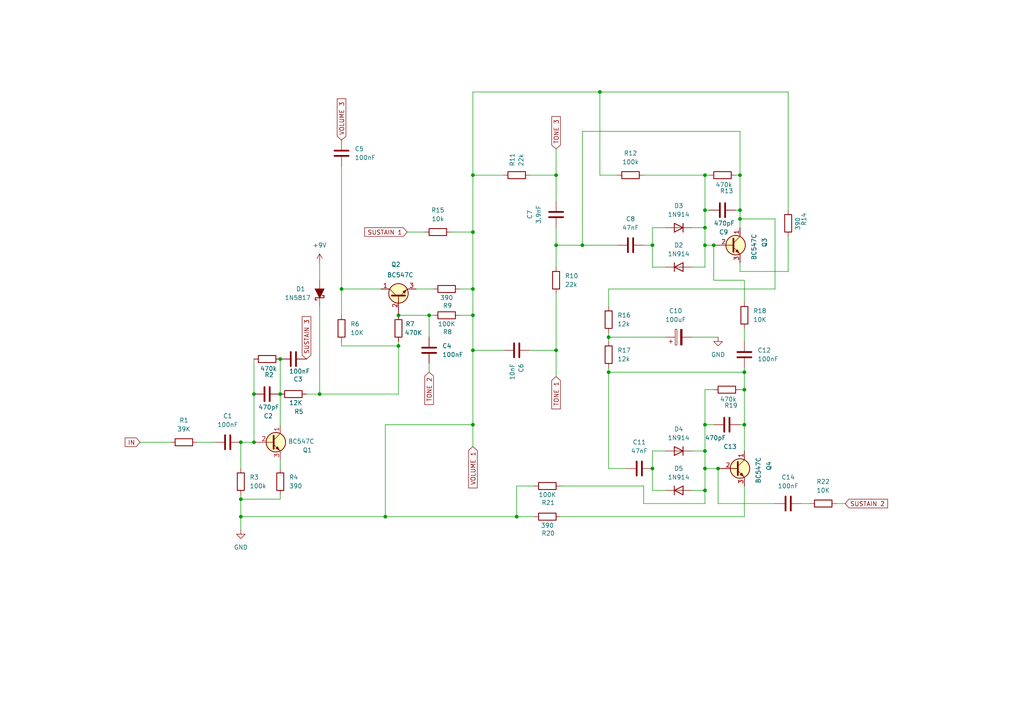
<source format=kicad_sch>
(kicad_sch (version 20250114) (generator "eeschema") (generator_version "9.0")
  (paper "A4")
  (lib_symbols
    (symbol "Device:C" (pin_numbers (hide yes)) (pin_names (offset 0.254))
      (property "Reference" "C" (at 0.635 2.54 0))
      (property "Value" "C" (at 0.635 -2.54 0))
      (symbol "C_0_1"
        (polyline (pts (xy -2.032 0.762) (xy 2.032 0.762)) (stroke (width 0.508)))
        (polyline (pts (xy -2.032 -0.762) (xy 2.032 -0.762)) (stroke (width 0.508)))
      )
      (symbol "C_1_1"
        (pin passive line (at 0 3.81 270) (length 2.794) (name "~") (number "1"))
        (pin passive line (at 0 -3.81 90) (length 2.794) (name "~") (number "2"))
      )
    )
    (symbol "Device:C_Polarized" (pin_numbers (hide yes)) (pin_names (offset 0.254))
      (property "Reference" "C" (at 0.635 2.54 0))
      (property "Value" "C_Polarized" (at 0.635 -2.54 0))
      (symbol "C_Polarized_0_1"
        (rectangle (start -2.286 0.508) (end 2.286 1.016))
        (polyline (pts (xy -1.778 2.286) (xy -0.762 2.286)))
        (polyline (pts (xy -1.27 2.794) (xy -1.27 1.778)))
        (rectangle (start 2.286 -0.508) (end -2.286 -1.016) (fill (type outline)))
      )
      (symbol "C_Polarized_1_1"
        (pin passive line (at 0 3.81 270) (length 2.794) (name "~") (number "1"))
        (pin passive line (at 0 -3.81 90) (length 2.794) (name "~") (number "2"))
      )
    )
    (symbol "Device:R" (pin_numbers (hide yes)) (pin_names (offset 0))
      (property "Reference" "R" (at 2.032 0 90))
      (property "Value" "R" (at 0 0 90))
      (symbol "R_0_1"
        (rectangle (start -1.016 -2.54) (end 1.016 2.54) (stroke (width 0.254)))
      )
      (symbol "R_1_1"
        (pin passive line (at 0 3.81 270) (length 1.27) (name "~") (number "1"))
        (pin passive line (at 0 -3.81 90) (length 1.27) (name "~") (number "2"))
      )
    )
    (symbol "Diode:1N914" (pin_numbers (hide yes)) (pin_names (hide yes))
      (property "Reference" "D" (at 0 2.54 0))
      (property "Value" "1N914" (at 0 -2.54 0))
      (symbol "1N914_0_1"
        (polyline (pts (xy -1.27 1.27) (xy -1.27 -1.27)) (stroke (width 0.254)))
        (polyline (pts (xy 1.27 1.27) (xy 1.27 -1.27) (xy -1.27 0) (xy 1.27 1.27)) (stroke (width 0.254)))
        (polyline (pts (xy 1.27 0) (xy -1.27 0)))
      )
      (symbol "1N914_1_1"
        (pin passive line (at -3.81 0 0) (length 2.54) (name "K") (number "1"))
        (pin passive line (at 3.81 0 180) (length 2.54) (name "A") (number "2"))
      )
    )
    (symbol "PCM_Diode_Schottky_AKL:1N5817" (pin_numbers (hide yes)) (pin_names (offset 1.016) (hide yes))
      (property "Reference" "D" (at 0 5.08 0))
      (property "Value" "1N5817" (at 0 2.54 0))
      (symbol "1N5817_0_1"
        (polyline (pts (xy -1.27 0) (xy 1.27 0)))
        (polyline (pts (xy -1.27 -1.27) (xy -1.27 1.27) (xy 1.27 0) (xy -1.27 -1.27)) (stroke (width 0.254)) (fill (type outline)))
        (polyline (pts (xy 1.905 -0.762) (xy 1.905 -1.27) (xy 1.27 -1.27) (xy 1.27 1.27) (xy 0.635 1.27) (xy 0.635 0.762)) (stroke (width 0.254)))
      )
      (symbol "1N5817_0_2"
        (polyline (pts (xy -2.54 -2.54) (xy 2.54 2.54)))
        (polyline (pts (xy -0.889 -0.889) (xy -1.778 0) (xy 0.889 0.889) (xy 0 -1.778) (xy -0.889 -0.889)) (stroke (width 0.254)) (fill (type outline)))
        (polyline (pts (xy 0 1.778) (xy 1.778 0)) (stroke (width 0.254)))
        (polyline (pts (xy 0 1.778) (xy -0.381 1.397) (xy 0 1.016)) (stroke (width 0.254)))
        (polyline (pts (xy 1.778 0) (xy 2.159 0.381) (xy 1.778 0.762)) (stroke (width 0.254)))
      )
      (symbol "1N5817_1_1"
        (pin passive line (at -3.81 0 0) (length 2.54) (name "A") (number "2"))
        (pin passive line (at 3.81 0 180) (length 2.54) (name "K") (number "1"))
      )
      (symbol "1N5817_1_2"
        (pin passive line (at -2.54 -2.54 0) (length 0) (name "A") (number "2"))
        (pin passive line (at 2.54 2.54 180) (length 0) (name "K") (number "1"))
      )
    )
    (symbol "PCM_Transistor_BJT_AKL:BC547C" (pin_names (hide yes))
      (property "Reference" "Q" (at 5.08 1.27 0))
      (property "Value" "BC547C" (at 5.08 -1.27 0))
      (symbol "BC547C_0_1"
        (polyline (pts (xy 0.635 1.905) (xy 0.635 -1.905) (xy 0.635 -1.905)) (stroke (width 0.508)))
        (polyline (pts (xy 0.635 0.635) (xy 2.54 2.54)))
        (polyline (pts (xy 0.635 -0.635) (xy 2.54 -2.54) (xy 2.54 -2.54)))
        (circle (center 1.27 0) (radius 2.8194) (stroke (width 0.254)) (fill (type background)))
        (polyline (pts (xy 1.27 -1.778) (xy 1.778 -1.27) (xy 2.286 -2.286) (xy 1.27 -1.778) (xy 1.27 -1.778)) (fill (type outline)))
      )
      (symbol "BC547C_1_1"
        (pin input line (at -5.08 0 0) (length 5.715) (name "B") (number "2"))
        (pin passive line (at 2.54 5.08 270) (length 2.54) (name "C") (number "1"))
        (pin passive line (at 2.54 -5.08 90) (length 2.54) (name "E") (number "3"))
      )
    )
    (symbol "power:+9V" (power) (pin_numbers (hide yes)) (pin_names (offset 0) (hide yes))
      (property "Value" "+9V" (at 0 3.556 0))
      (symbol "+9V_0_1"
        (polyline (pts (xy -0.762 1.27) (xy 0 2.54)))
        (polyline (pts (xy 0 2.54) (xy 0.762 1.27)))
        (polyline (pts (xy 0 0) (xy 0 2.54)))
      )
      (symbol "+9V_1_1"
        (pin power_in line (at 0 0 90) (length 0) (name "~") (number "1"))
      )
    )
    (symbol "power:GND" (power) (pin_numbers (hide yes)) (pin_names (offset 0) (hide yes))
      (property "Value" "GND" (at 0 -3.81 0))
      (symbol "GND_0_1"
        (polyline (pts (xy 0 0) (xy 0 -1.27) (xy 1.27 -1.27) (xy 0 -2.54) (xy -1.27 -1.27) (xy 0 -1.27)))
      )
      (symbol "GND_1_1"
        (pin power_in line (at 0 0 270) (length 0) (name "~") (number "1"))
      )
    )
  )
  (junction (at 81.28 114.3))
  (junction (at 215.9 107.95))
  (junction (at 69.85 149.86))
  (junction (at 137.16 101.6))
  (junction (at 73.66 114.3))
  (junction (at 207.01 71.12))
  (junction (at 204.47 130.81))
  (junction (at 115.57 91.44))
  (junction (at 99.06 83.82))
  (junction (at 137.16 67.31))
  (junction (at 173.99 26.67))
  (junction (at 208.28 135.89))
  (junction (at 176.53 97.79))
  (junction (at 124.46 91.44))
  (junction (at 161.29 71.12))
  (junction (at 215.9 123.19))
  (junction (at 69.85 128.27))
  (junction (at 204.47 142.24))
  (junction (at 204.47 66.04))
  (junction (at 73.66 128.27))
  (junction (at 115.57 100.33))
  (junction (at 214.63 63.5))
  (junction (at 204.47 135.89))
  (junction (at 161.29 101.6))
  (junction (at 168.91 71.12))
  (junction (at 214.63 60.96))
  (junction (at 111.76 149.86))
  (junction (at 81.28 104.14))
  (junction (at 92.71 114.3))
  (junction (at 204.47 50.8))
  (junction (at 215.9 113.03))
  (junction (at 161.29 50.8))
  (junction (at 204.47 71.12))
  (junction (at 214.63 50.8))
  (junction (at 176.53 107.95))
  (junction (at 204.47 123.19))
  (junction (at 137.16 50.8))
  (junction (at 137.16 123.19))
  (junction (at 137.16 91.44))
  (junction (at 189.23 71.12))
  (junction (at 204.47 60.96))
  (junction (at 137.16 83.82))
  (junction (at 69.85 144.78))
  (junction (at 149.86 149.86))
  (junction (at 189.23 135.89))
  (wire (pts (xy 137.16 67.31) (xy 137.16 50.8)))
  (wire (pts (xy 176.53 83.82) (xy 176.53 88.9)))
  (wire (pts (xy 200.66 142.24) (xy 204.47 142.24)))
  (wire (pts (xy 224.79 83.82) (xy 176.53 83.82)))
  (wire (pts (xy 205.74 60.96) (xy 204.47 60.96)))
  (wire (pts (xy 115.57 91.44) (xy 124.46 91.44)))
  (wire (pts (xy 81.28 143.51) (xy 81.28 144.78)))
  (wire (pts (xy 154.94 149.86) (xy 149.86 149.86)))
  (wire (pts (xy 176.53 99.06) (xy 176.53 97.79)))
  (wire (pts (xy 228.6 60.96) (xy 228.6 26.67)))
  (wire (pts (xy 69.85 128.27) (xy 73.66 128.27)))
  (wire (pts (xy 176.53 135.89) (xy 181.61 135.89)))
  (wire (pts (xy 99.06 100.33) (xy 115.57 100.33)))
  (wire (pts (xy 69.85 149.86) (xy 111.76 149.86)))
  (wire (pts (xy 137.16 50.8) (xy 146.05 50.8)))
  (wire (pts (xy 149.86 149.86) (xy 111.76 149.86)))
  (wire (pts (xy 69.85 153.67) (xy 69.85 149.86)))
  (wire (pts (xy 153.67 50.8) (xy 161.29 50.8)))
  (wire (pts (xy 161.29 58.42) (xy 161.29 50.8)))
  (wire (pts (xy 228.6 26.67) (xy 173.99 26.67)))
  (wire (pts (xy 168.91 38.1) (xy 214.63 38.1)))
  (wire (pts (xy 137.16 123.19) (xy 137.16 101.6)))
  (wire (pts (xy 137.16 101.6) (xy 137.16 91.44)))
  (wire (pts (xy 215.9 140.97) (xy 215.9 149.86)))
  (wire (pts (xy 124.46 107.95) (xy 124.46 105.41)))
  (wire (pts (xy 49.53 128.27) (xy 40.64 128.27)))
  (wire (pts (xy 204.47 71.12) (xy 207.01 71.12)))
  (wire (pts (xy 124.46 91.44) (xy 125.73 91.44)))
  (wire (pts (xy 137.16 26.67) (xy 137.16 50.8)))
  (wire (pts (xy 73.66 114.3) (xy 73.66 128.27)))
  (wire (pts (xy 214.63 113.03) (xy 215.9 113.03)))
  (wire (pts (xy 149.86 140.97) (xy 149.86 149.86)))
  (wire (pts (xy 213.36 50.8) (xy 214.63 50.8)))
  (wire (pts (xy 208.28 97.79) (xy 200.66 97.79)))
  (wire (pts (xy 161.29 101.6) (xy 161.29 109.22)))
  (wire (pts (xy 214.63 123.19) (xy 215.9 123.19)))
  (wire (pts (xy 214.63 63.5) (xy 224.79 63.5)))
  (wire (pts (xy 214.63 78.74) (xy 228.6 78.74)))
  (wire (pts (xy 215.9 95.25) (xy 215.9 99.06)))
  (wire (pts (xy 111.76 149.86) (xy 111.76 123.19)))
  (wire (pts (xy 176.53 107.95) (xy 176.53 135.89)))
  (wire (pts (xy 204.47 130.81) (xy 204.47 135.89)))
  (wire (pts (xy 99.06 83.82) (xy 110.49 83.82)))
  (wire (pts (xy 176.53 97.79) (xy 176.53 96.52)))
  (wire (pts (xy 189.23 71.12) (xy 189.23 77.47)))
  (wire (pts (xy 215.9 107.95) (xy 215.9 113.03)))
  (wire (pts (xy 204.47 50.8) (xy 204.47 60.96)))
  (wire (pts (xy 204.47 135.89) (xy 204.47 142.24)))
  (wire (pts (xy 207.01 71.12) (xy 207.01 81.28)))
  (wire (pts (xy 130.81 67.31) (xy 137.16 67.31)))
  (wire (pts (xy 245.11 146.05) (xy 242.57 146.05)))
  (wire (pts (xy 200.66 130.81) (xy 204.47 130.81)))
  (wire (pts (xy 133.35 83.82) (xy 137.16 83.82)))
  (wire (pts (xy 214.63 38.1) (xy 214.63 50.8)))
  (wire (pts (xy 92.71 81.28) (xy 92.71 76.2)))
  (wire (pts (xy 215.9 106.68) (xy 215.9 107.95)))
  (wire (pts (xy 214.63 60.96) (xy 214.63 63.5)))
  (wire (pts (xy 186.69 71.12) (xy 189.23 71.12)))
  (wire (pts (xy 118.11 67.31) (xy 123.19 67.31)))
  (wire (pts (xy 204.47 77.47) (xy 204.47 71.12)))
  (wire (pts (xy 161.29 71.12) (xy 161.29 77.47)))
  (wire (pts (xy 215.9 81.28) (xy 207.01 81.28)))
  (wire (pts (xy 205.74 50.8) (xy 204.47 50.8)))
  (wire (pts (xy 189.23 77.47) (xy 193.04 77.47)))
  (wire (pts (xy 162.56 149.86) (xy 215.9 149.86)))
  (wire (pts (xy 193.04 66.04) (xy 189.23 66.04)))
  (wire (pts (xy 92.71 114.3) (xy 115.57 114.3)))
  (wire (pts (xy 99.06 91.44) (xy 99.06 83.82)))
  (wire (pts (xy 208.28 146.05) (xy 208.28 135.89)))
  (wire (pts (xy 193.04 130.81) (xy 189.23 130.81)))
  (wire (pts (xy 176.53 97.79) (xy 193.04 97.79)))
  (wire (pts (xy 161.29 71.12) (xy 168.91 71.12)))
  (wire (pts (xy 153.67 101.6) (xy 161.29 101.6)))
  (wire (pts (xy 81.28 114.3) (xy 81.28 123.19)))
  (wire (pts (xy 204.47 66.04) (xy 204.47 71.12)))
  (wire (pts (xy 224.79 63.5) (xy 224.79 83.82)))
  (wire (pts (xy 81.28 104.14) (xy 81.28 114.3)))
  (wire (pts (xy 204.47 123.19) (xy 207.01 123.19)))
  (wire (pts (xy 204.47 123.19) (xy 204.47 130.81)))
  (wire (pts (xy 168.91 71.12) (xy 179.07 71.12)))
  (wire (pts (xy 69.85 135.89) (xy 69.85 128.27)))
  (wire (pts (xy 228.6 78.74) (xy 228.6 68.58)))
  (wire (pts (xy 69.85 144.78) (xy 69.85 143.51)))
  (wire (pts (xy 115.57 100.33) (xy 115.57 114.3)))
  (wire (pts (xy 81.28 144.78) (xy 69.85 144.78)))
  (wire (pts (xy 173.99 50.8) (xy 179.07 50.8)))
  (wire (pts (xy 168.91 71.12) (xy 168.91 38.1)))
  (wire (pts (xy 99.06 100.33) (xy 99.06 99.06)))
  (wire (pts (xy 176.53 106.68) (xy 176.53 107.95)))
  (wire (pts (xy 124.46 91.44) (xy 124.46 97.79)))
  (wire (pts (xy 81.28 135.89) (xy 81.28 133.35)))
  (wire (pts (xy 204.47 142.24) (xy 204.47 146.05)))
  (wire (pts (xy 215.9 113.03) (xy 215.9 123.19)))
  (wire (pts (xy 161.29 85.09) (xy 161.29 101.6)))
  (wire (pts (xy 204.47 113.03) (xy 207.01 113.03)))
  (wire (pts (xy 69.85 149.86) (xy 69.85 144.78)))
  (wire (pts (xy 88.9 114.3) (xy 92.71 114.3)))
  (wire (pts (xy 115.57 99.06) (xy 115.57 100.33)))
  (wire (pts (xy 189.23 130.81) (xy 189.23 135.89)))
  (wire (pts (xy 120.65 83.82) (xy 125.73 83.82)))
  (wire (pts (xy 214.63 63.5) (xy 214.63 66.04)))
  (wire (pts (xy 215.9 123.19) (xy 215.9 130.81)))
  (wire (pts (xy 224.79 146.05) (xy 208.28 146.05)))
  (wire (pts (xy 161.29 66.04) (xy 161.29 71.12)))
  (wire (pts (xy 200.66 66.04) (xy 204.47 66.04)))
  (wire (pts (xy 173.99 26.67) (xy 137.16 26.67)))
  (wire (pts (xy 111.76 123.19) (xy 137.16 123.19)))
  (wire (pts (xy 62.23 128.27) (xy 57.15 128.27)))
  (wire (pts (xy 189.23 66.04) (xy 189.23 71.12)))
  (wire (pts (xy 99.06 48.26) (xy 99.06 83.82)))
  (wire (pts (xy 204.47 113.03) (xy 204.47 123.19)))
  (wire (pts (xy 173.99 50.8) (xy 173.99 26.67)))
  (wire (pts (xy 154.94 140.97) (xy 149.86 140.97)))
  (wire (pts (xy 186.69 146.05) (xy 204.47 146.05)))
  (wire (pts (xy 162.56 140.97) (xy 186.69 140.97)))
  (wire (pts (xy 137.16 101.6) (xy 146.05 101.6)))
  (wire (pts (xy 215.9 107.95) (xy 176.53 107.95)))
  (wire (pts (xy 186.69 140.97) (xy 186.69 146.05)))
  (wire (pts (xy 200.66 77.47) (xy 204.47 77.47)))
  (wire (pts (xy 189.23 135.89) (xy 189.23 142.24)))
  (wire (pts (xy 137.16 67.31) (xy 137.16 83.82)))
  (wire (pts (xy 214.63 50.8) (xy 214.63 60.96)))
  (wire (pts (xy 137.16 91.44) (xy 133.35 91.44)))
  (wire (pts (xy 214.63 76.2) (xy 214.63 78.74)))
  (wire (pts (xy 213.36 60.96) (xy 214.63 60.96)))
  (wire (pts (xy 161.29 50.8) (xy 161.29 43.18)))
  (wire (pts (xy 189.23 142.24) (xy 193.04 142.24)))
  (wire (pts (xy 215.9 87.63) (xy 215.9 81.28)))
  (wire (pts (xy 234.95 146.05) (xy 232.41 146.05)))
  (wire (pts (xy 204.47 60.96) (xy 204.47 66.04)))
  (wire (pts (xy 204.47 135.89) (xy 208.28 135.89)))
  (wire (pts (xy 137.16 129.54) (xy 137.16 123.19)))
  (wire (pts (xy 186.69 50.8) (xy 204.47 50.8)))
  (wire (pts (xy 73.66 104.14) (xy 73.66 114.3)))
  (wire (pts (xy 137.16 83.82) (xy 137.16 91.44)))
  (wire (pts (xy 92.71 88.9) (xy 92.71 114.3)))
  (global_label "VOLUME 3" (shape input) (at 99.06 40.64 90) (property "Intersheetrefs" "${INTERSHEET_REFS}" (effects (hide yes))))
  (global_label "TONE 3" (shape input) (at 161.29 43.18 90) (property "Intersheetrefs" "${INTERSHEET_REFS}" (effects (hide yes))))
  (global_label "SUSTAIN 3" (shape input) (at 88.9 104.14 90) (property "Intersheetrefs" "${INTERSHEET_REFS}" (effects (hide yes))))
  (global_label "IN" (shape input) (at 40.64 128.27 180) (property "Intersheetrefs" "${INTERSHEET_REFS}" (effects (hide yes))))
  (global_label "VOLUME 1" (shape input) (at 137.16 129.54 270) (property "Intersheetrefs" "${INTERSHEET_REFS}" (effects (hide yes))))
  (global_label "TONE 1" (shape input) (at 161.29 109.22 270) (property "Intersheetrefs" "${INTERSHEET_REFS}" (effects (hide yes))))
  (global_label "SUSTAIN 1" (shape input) (at 118.11 67.31 180) (property "Intersheetrefs" "${INTERSHEET_REFS}" (effects (hide yes))))
  (global_label "SUSTAIN 2" (shape input) (at 245.11 146.05 0) (property "Intersheetrefs" "${INTERSHEET_REFS}" (effects (hide yes))))
  (global_label "TONE 2" (shape input) (at 124.46 107.95 270) (property "Intersheetrefs" "${INTERSHEET_REFS}" (effects (hide yes))))
  (symbol (lib_id "Device:R") (at 176.53 102.87 0) (unit 1)
    (property "Reference" "R17" (at 179.07 101.5999 0) (effects (justify left)))
    (property "Value" "12k" (at 179.07 104.1399 0) (effects (justify left)))
    (property "Description" "Resistor" (effects (hide yes)))
  )
  (symbol (lib_id "Device:C") (at 215.9 102.87 0) (unit 1)
    (property "Reference" "C12" (at 219.71 101.5999 0) (effects (justify left)))
    (property "Value" "100nF" (at 219.71 104.1399 0) (effects (justify left)))
    (property "Description" "Unpolarized capacitor" (effects (hide yes)))
  )
  (symbol (lib_id "Device:C") (at 66.04 128.27 90) (unit 1)
    (property "Reference" "C1" (at 66.04 120.65 90))
    (property "Value" "100nF" (at 66.04 123.19 90))
    (property "Description" "Unpolarized capacitor" (effects (hide yes)))
  )
  (symbol (lib_id "Device:R") (at 182.88 50.8 270) (unit 1)
    (property "Reference" "R12" (at 182.88 44.45 90))
    (property "Value" "100k" (at 182.88 46.99 90))
    (property "Description" "Resistor" (effects (hide yes)))
  )
  (symbol (lib_id "Device:C_Polarized") (at 196.85 97.79 90) (unit 1)
    (property "Reference" "C10" (at 195.961 90.17 90))
    (property "Value" "100uF" (at 195.961 92.71 90))
    (property "Description" "Polarized capacitor" (effects (hide yes)))
  )
  (symbol (lib_id "Diode:1N914") (at 196.85 77.47 0) (unit 1)
    (property "Reference" "D2" (at 196.85 71.12 0))
    (property "Value" "1N914" (at 196.85 73.66 0))
    (property "Footprint" "Diode_THT:D_DO-35_SOD27_P7.62mm_Horizontal" (effects (hide yes)))
    (property "Datasheet" "http://www.vishay.com/docs/85622/1n914.pdf" (effects (hide yes)))
    (property "Description" "100V 0.3A Small Signal Fast Switching Diode, DO-35" (effects (hide yes)))
    (property "Sim.Device" "D" (effects (hide yes)))
    (property "Sim.Pins" "1=K 2=A" (effects (hide yes)))
  )
  (symbol (lib_id "Device:R") (at 127 67.31 270) (unit 1)
    (property "Reference" "R15" (at 127 60.96 90))
    (property "Value" "10k" (at 127 63.5 90))
    (property "Description" "Resistor" (effects (hide yes)))
  )
  (symbol (lib_id "Device:C") (at 182.88 71.12 270) (unit 1)
    (property "Reference" "C8" (at 182.88 63.5 90))
    (property "Value" "47nF" (at 182.88 66.04 90))
    (property "Description" "Unpolarized capacitor" (effects (hide yes)))
  )
  (symbol (lib_id "Device:C") (at 85.09 104.14 270) (unit 1)
    (property "Reference" "C3" (at 85.09 109.982 90) (effects (justify left)))
    (property "Value" "100nF" (at 83.82 107.696 90) (effects (justify left)))
    (property "Description" "Unpolarized capacitor" (effects (hide yes)))
  )
  (symbol (lib_id "Device:R") (at 210.82 113.03 90) (unit 1)
    (property "Reference" "R19" (at 210.058 117.602 90) (effects (justify right)))
    (property "Value" "470k" (at 208.788 115.824 90) (effects (justify right)))
    (property "Description" "Resistor" (effects (hide yes)))
  )
  (symbol (lib_id "Device:R") (at 85.09 114.3 90) (unit 1)
    (property "Reference" "R5" (at 85.344 119.38 90) (effects (justify right)))
    (property "Value" "12K" (at 83.8201 116.84 90) (effects (justify right)))
    (property "Description" "Resistor" (effects (hide yes)))
  )
  (symbol (lib_id "Device:C") (at 210.82 123.19 270) (unit 1)
    (property "Reference" "C13" (at 209.804 129.54 90) (effects (justify left)))
    (property "Value" "470pF" (at 204.47 127 90) (effects (justify left)))
    (property "Description" "Unpolarized capacitor" (effects (hide yes)))
  )
  (symbol (lib_id "PCM_Transistor_BJT_AKL:BC547C") (at 213.36 135.89 0) (unit 1)
    (property "Reference" "Q4" (at 223.012 135.128 90))
    (property "Value" "BC547C" (at 219.964 136.398 90))
    (property "Footprint" "PCM_Package_TO_SOT_THT_AKL:TO-92_Inline_Wide_CBE" (effects (hide yes)))
    (property "Datasheet" "https://www.tme.eu/Document/6c5d898a533a0762c2bc33eb26c283a8/BC546-550-DTE.pdf" (effects (hide yes)))
    (property "Description" "NPN TO-92 transistor, 45V, 100mA, 500mW, Complementary to BC557, Alternate KiCAD Library" (effects (hide yes)))
  )
  (symbol (lib_id "Device:R") (at 158.75 140.97 270) (unit 1)
    (property "Reference" "R21" (at 159.004 145.796 90))
    (property "Value" "100K" (at 158.75 143.51 90))
    (property "Description" "Resistor" (effects (hide yes)))
  )
  (symbol (lib_id "Device:R") (at 149.86 50.8 270) (unit 1)
    (property "Reference" "R11" (at 148.5899 48.26 0) (effects (justify right)))
    (property "Value" "22k" (at 151.1299 48.26 0) (effects (justify right)))
    (property "Description" "Resistor" (effects (hide yes)))
  )
  (symbol (lib_id "PCM_Diode_Schottky_AKL:1N5817") (at 92.71 85.09 270) (unit 1)
    (property "Reference" "D1" (at 85.852 83.82 90) (effects (justify left)))
    (property "Value" "1N5817" (at 82.55 86.36 90) (effects (justify left)))
    (property "Footprint" "PCM_Diode_THT_AKL:D_DO-41_SOD81_P7.62mm_Horizontal" (effects (hide yes)))
    (property "Datasheet" "https://www.tme.eu/Document/1dcb17797cd83f32e896ece3030f14cc/1n5817-19.pdf" (effects (hide yes)))
    (property "Description" "DO-41 Schottky diode, 20V, 1A, Alternate KiCAD Library" (effects (hide yes)))
  )
  (symbol (lib_id "Device:C") (at 99.06 44.45 180) (unit 1)
    (property "Reference" "C5" (at 102.87 43.1799 0) (effects (justify right)))
    (property "Value" "100nF" (at 102.87 45.7199 0) (effects (justify right)))
    (property "Description" "Unpolarized capacitor" (effects (hide yes)))
  )
  (symbol (lib_id "Device:C") (at 228.6 146.05 270) (unit 1)
    (property "Reference" "C14" (at 228.6 138.43 90))
    (property "Value" "100nF" (at 228.6 140.97 90))
    (property "Description" "Unpolarized capacitor" (effects (hide yes)))
  )
  (symbol (lib_id "Device:R") (at 53.34 128.27 90) (unit 1)
    (property "Reference" "R1" (at 53.34 121.92 90))
    (property "Value" "39K" (at 53.34 124.46 90))
    (property "Description" "Resistor" (effects (hide yes)))
  )
  (symbol (lib_id "Device:C") (at 209.55 60.96 270) (unit 1)
    (property "Reference" "C9" (at 208.534 67.31 90) (effects (justify left)))
    (property "Value" "470pF" (at 207.01 64.77 90) (effects (justify left)))
    (property "Description" "Unpolarized capacitor" (effects (hide yes)))
  )
  (symbol (lib_id "Diode:1N914") (at 196.85 66.04 180) (unit 1)
    (property "Reference" "D3" (at 196.85 59.69 0))
    (property "Value" "1N914" (at 196.85 62.23 0))
    (property "Footprint" "Diode_THT:D_DO-35_SOD27_P7.62mm_Horizontal" (effects (hide yes)))
    (property "Datasheet" "http://www.vishay.com/docs/85622/1n914.pdf" (effects (hide yes)))
    (property "Description" "100V 0.3A Small Signal Fast Switching Diode, DO-35" (effects (hide yes)))
    (property "Sim.Device" "D" (effects (hide yes)))
    (property "Sim.Pins" "1=K 2=A" (effects (hide yes)))
  )
  (symbol (lib_id "Device:R") (at 228.6 64.77 180) (unit 1)
    (property "Reference" "R14" (at 233.172 65.532 90) (effects (justify right)))
    (property "Value" "390" (at 231.394 66.802 90) (effects (justify right)))
    (property "Description" "Resistor" (effects (hide yes)))
  )
  (symbol (lib_id "Device:C") (at 77.47 114.3 270) (unit 1)
    (property "Reference" "C2" (at 76.454 120.65 90) (effects (justify left)))
    (property "Value" "470pF" (at 74.93 118.11 90) (effects (justify left)))
    (property "Description" "Unpolarized capacitor" (effects (hide yes)))
  )
  (symbol (lib_id "Device:R") (at 69.85 139.7 180) (unit 1)
    (property "Reference" "R3" (at 72.39 138.4299 0) (effects (justify right)))
    (property "Value" "100k" (at 72.39 140.9699 0) (effects (justify right)))
    (property "Description" "Resistor" (effects (hide yes)))
  )
  (symbol (lib_id "Diode:1N914") (at 196.85 142.24 0) (unit 1)
    (property "Reference" "D5" (at 196.85 135.89 0))
    (property "Value" "1N914" (at 196.85 138.43 0))
    (property "Footprint" "Diode_THT:D_DO-35_SOD27_P7.62mm_Horizontal" (effects (hide yes)))
    (property "Datasheet" "http://www.vishay.com/docs/85622/1n914.pdf" (effects (hide yes)))
    (property "Description" "100V 0.3A Small Signal Fast Switching Diode, DO-35" (effects (hide yes)))
    (property "Sim.Device" "D" (effects (hide yes)))
    (property "Sim.Pins" "1=K 2=A" (effects (hide yes)))
  )
  (symbol (lib_id "Device:C") (at 149.86 101.6 90) (unit 1)
    (property "Reference" "C6" (at 151.1301 105.41 0) (effects (justify right)))
    (property "Value" "10nF" (at 148.5901 105.41 0) (effects (justify right)))
    (property "Description" "Unpolarized capacitor" (effects (hide yes)))
  )
  (symbol (lib_id "Device:R") (at 77.47 104.14 90) (unit 1)
    (property "Reference" "R2" (at 76.708 108.712 90) (effects (justify right)))
    (property "Value" "470k" (at 75.438 106.934 90) (effects (justify right)))
    (property "Description" "Resistor" (effects (hide yes)))
  )
  (symbol (lib_id "Device:R") (at 238.76 146.05 270) (unit 1)
    (property "Reference" "R22" (at 238.76 139.7 90))
    (property "Value" "10K" (at 238.76 142.24 90))
    (property "Description" "Resistor" (effects (hide yes)))
  )
  (symbol (lib_id "Device:C") (at 185.42 135.89 270) (unit 1)
    (property "Reference" "C11" (at 185.42 128.27 90))
    (property "Value" "47nF" (at 185.42 130.81 90))
    (property "Description" "Unpolarized capacitor" (effects (hide yes)))
  )
  (symbol (lib_id "Device:R") (at 209.55 50.8 90) (unit 1)
    (property "Reference" "R13" (at 208.788 55.372 90) (effects (justify right)))
    (property "Value" "470k" (at 207.518 53.594 90) (effects (justify right)))
    (property "Description" "Resistor" (effects (hide yes)))
  )
  (symbol (lib_id "Device:R") (at 158.75 149.86 270) (unit 1)
    (property "Reference" "R20" (at 159.004 154.686 90))
    (property "Value" "390" (at 158.75 152.4 90))
    (property "Description" "Resistor" (effects (hide yes)))
  )
  (symbol (lib_id "Device:C") (at 161.29 62.23 0) (unit 1)
    (property "Reference" "C7" (at 153.67 62.23 90))
    (property "Value" "3.9nF" (at 156.21 62.23 90))
    (property "Description" "Unpolarized capacitor" (effects (hide yes)))
  )
  (symbol (lib_id "Device:C") (at 124.46 101.6 180) (unit 1)
    (property "Reference" "C4" (at 128.27 100.3299 0) (effects (justify right)))
    (property "Value" "100nF" (at 128.27 102.8699 0) (effects (justify right)))
    (property "Description" "Unpolarized capacitor" (effects (hide yes)))
  )
  (symbol (lib_id "Device:R") (at 215.9 91.44 0) (unit 1)
    (property "Reference" "R18" (at 218.44 90.1699 0) (effects (justify left)))
    (property "Value" "10K" (at 218.44 92.7099 0) (effects (justify left)))
    (property "Description" "Resistor" (effects (hide yes)))
  )
  (symbol (lib_id "PCM_Transistor_BJT_AKL:BC547C") (at 212.09 71.12 0) (unit 1)
    (property "Reference" "Q3" (at 221.742 70.358 90))
    (property "Value" "BC547C" (at 218.694 71.628 90))
    (property "Footprint" "PCM_Package_TO_SOT_THT_AKL:TO-92_Inline_Wide_CBE" (effects (hide yes)))
    (property "Datasheet" "https://www.tme.eu/Document/6c5d898a533a0762c2bc33eb26c283a8/BC546-550-DTE.pdf" (effects (hide yes)))
    (property "Description" "NPN TO-92 transistor, 45V, 100mA, 500mW, Complementary to BC557, Alternate KiCAD Library" (effects (hide yes)))
  )
  (symbol (lib_id "Device:R") (at 129.54 83.82 270) (unit 1)
    (property "Reference" "R9" (at 129.794 88.646 90))
    (property "Value" "390" (at 129.54 86.36 90))
    (property "Description" "Resistor" (effects (hide yes)))
  )
  (symbol (lib_id "power:GND") (at 208.28 97.79 0) (unit 1)
    (property "Reference" "#PWR03" (effects (hide yes)))
    (property "Value" "GND" (at 208.28 102.87 0))
    (property "Description" "Power symbol creates a global label with name \"GND\" , ground" (effects (hide yes)))
  )
  (symbol (lib_id "Device:R") (at 115.57 95.25 180) (unit 1)
    (property "Reference" "R7" (at 117.602 93.98 0) (effects (justify right)))
    (property "Value" "470K" (at 117.348 96.52 0) (effects (justify right)))
    (property "Description" "Resistor" (effects (hide yes)))
  )
  (symbol (lib_id "Device:R") (at 161.29 81.28 0) (unit 1)
    (property "Reference" "R10" (at 163.83 80.0099 0) (effects (justify left)))
    (property "Value" "22k" (at 163.83 82.5499 0) (effects (justify left)))
    (property "Description" "Resistor" (effects (hide yes)))
  )
  (symbol (lib_id "power:GND") (at 69.85 153.67 0) (unit 1)
    (property "Reference" "#PWR01" (effects (hide yes)))
    (property "Value" "GND" (at 69.85 158.75 0))
    (property "Description" "Power symbol creates a global label with name \"GND\" , ground" (effects (hide yes)))
  )
  (symbol (lib_id "Diode:1N914") (at 196.85 130.81 180) (unit 1)
    (property "Reference" "D4" (at 196.85 124.46 0))
    (property "Value" "1N914" (at 196.85 127 0))
    (property "Footprint" "Diode_THT:D_DO-35_SOD27_P7.62mm_Horizontal" (effects (hide yes)))
    (property "Datasheet" "http://www.vishay.com/docs/85622/1n914.pdf" (effects (hide yes)))
    (property "Description" "100V 0.3A Small Signal Fast Switching Diode, DO-35" (effects (hide yes)))
    (property "Sim.Device" "D" (effects (hide yes)))
    (property "Sim.Pins" "1=K 2=A" (effects (hide yes)))
  )
  (symbol (lib_id "power:+9V") (at 92.71 76.2 0) (unit 1)
    (property "Reference" "#PWR02" (effects (hide yes)))
    (property "Value" "+9V" (at 92.71 71.12 0))
    (property "Description" "Power symbol creates a global label with name \"+9V\"" (effects (hide yes)))
  )
  (symbol (lib_id "Device:R") (at 81.28 139.7 180) (unit 1)
    (property "Reference" "R4" (at 83.82 138.4299 0) (effects (justify right)))
    (property "Value" "390" (at 83.82 140.9699 0) (effects (justify right)))
    (property "Description" "Resistor" (effects (hide yes)))
  )
  (symbol (lib_id "Device:R") (at 99.06 95.25 180) (unit 1)
    (property "Reference" "R6" (at 101.6 93.9799 0) (effects (justify right)))
    (property "Value" "10K" (at 101.6 96.5199 0) (effects (justify right)))
    (property "Description" "Resistor" (effects (hide yes)))
  )
  (symbol (lib_id "Device:R") (at 176.53 92.71 0) (unit 1)
    (property "Reference" "R16" (at 179.07 91.4399 0) (effects (justify left)))
    (property "Value" "12k" (at 179.07 93.9799 0) (effects (justify left)))
    (property "Description" "Resistor" (effects (hide yes)))
  )
  (symbol (lib_id "PCM_Transistor_BJT_AKL:BC547C") (at 115.57 86.36 90) (unit 1)
    (property "Reference" "Q2" (at 114.808 76.708 90))
    (property "Value" "BC547C" (at 116.078 79.756 90))
    (property "Footprint" "PCM_Package_TO_SOT_THT_AKL:TO-92_Inline_Wide_CBE" (effects (hide yes)))
    (property "Datasheet" "https://www.tme.eu/Document/6c5d898a533a0762c2bc33eb26c283a8/BC546-550-DTE.pdf" (effects (hide yes)))
    (property "Description" "NPN TO-92 transistor, 45V, 100mA, 500mW, Complementary to BC557, Alternate KiCAD Library" (effects (hide yes)))
  )
  (symbol (lib_id "Device:R") (at 129.54 91.44 270) (unit 1)
    (property "Reference" "R8" (at 129.794 96.266 90))
    (property "Value" "100K" (at 129.54 93.98 90))
    (property "Description" "Resistor" (effects (hide yes)))
  )
  (symbol (lib_id "PCM_Transistor_BJT_AKL:BC547C") (at 78.74 128.27 0) (unit 1)
    (property "Reference" "Q1" (at 89.154 130.556 0))
    (property "Value" "BC547C" (at 87.376 128.016 0))
    (property "Footprint" "PCM_Package_TO_SOT_THT_AKL:TO-92_Inline_Wide_CBE" (effects (hide yes)))
    (property "Datasheet" "https://www.tme.eu/Document/6c5d898a533a0762c2bc33eb26c283a8/BC546-550-DTE.pdf" (effects (hide yes)))
    (property "Description" "NPN TO-92 transistor, 45V, 100mA, 500mW, Complementary to BC557, Alternate KiCAD Library" (effects (hide yes)))
  )
)
</source>
